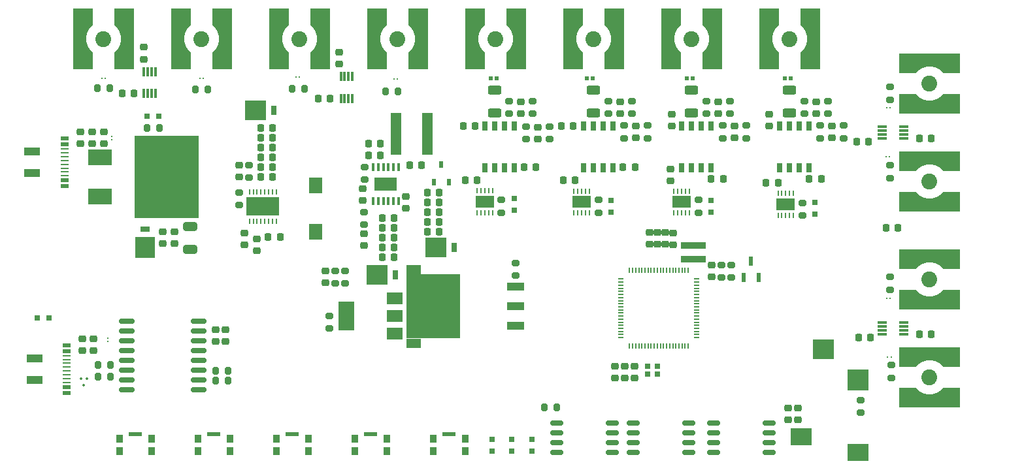
<source format=gbr>
%TF.GenerationSoftware,KiCad,Pcbnew,9.0.0*%
%TF.CreationDate,2025-11-08T16:48:47+03:00*%
%TF.ProjectId,harp.device.quad.dac,68617270-2e64-4657-9669-63652e717561,1.1*%
%TF.SameCoordinates,PX81941e8PY5f5e100*%
%TF.FileFunction,Paste,Top*%
%TF.FilePolarity,Positive*%
%FSLAX46Y46*%
G04 Gerber Fmt 4.6, Leading zero omitted, Abs format (unit mm)*
G04 Created by KiCad (PCBNEW 9.0.0) date 2025-11-08 16:48:47*
%MOMM*%
%LPD*%
G01*
G04 APERTURE LIST*
G04 Aperture macros list*
%AMRoundRect*
0 Rectangle with rounded corners*
0 $1 Rounding radius*
0 $2 $3 $4 $5 $6 $7 $8 $9 X,Y pos of 4 corners*
0 Add a 4 corners polygon primitive as box body*
4,1,4,$2,$3,$4,$5,$6,$7,$8,$9,$2,$3,0*
0 Add four circle primitives for the rounded corners*
1,1,$1+$1,$2,$3*
1,1,$1+$1,$4,$5*
1,1,$1+$1,$6,$7*
1,1,$1+$1,$8,$9*
0 Add four rect primitives between the rounded corners*
20,1,$1+$1,$2,$3,$4,$5,0*
20,1,$1+$1,$4,$5,$6,$7,0*
20,1,$1+$1,$6,$7,$8,$9,0*
20,1,$1+$1,$8,$9,$2,$3,0*%
%AMFreePoly0*
4,1,32,6.515355,1.015355,6.530000,0.980000,6.530000,-1.460000,6.515355,-1.495355,6.480000,-1.510000,4.370000,-1.510000,4.334645,-1.495355,4.331733,-1.492182,4.233311,-1.375152,4.010127,-1.166712,3.760982,-0.990846,3.490208,-0.850542,3.202845,-0.748414,2.904254,-0.686366,2.600000,-0.665554,2.295745,-0.686366,1.997154,-0.748414,1.709791,-0.850542,1.439017,-0.990846,1.189872,-1.166712,
0.966688,-1.375152,0.868267,-1.492182,0.834303,-1.509815,0.830000,-1.510000,-1.280000,-1.510000,-1.315355,-1.495355,-1.330000,-1.460000,-1.330000,0.980000,-1.315355,1.015355,-1.280000,1.030000,6.480000,1.030000,6.515355,1.015355,6.515355,1.015355,$1*%
G04 Aperture macros list end*
%ADD10R,0.762000X1.270000*%
%ADD11R,2.670000X2.540000*%
%ADD12R,0.800000X0.800000*%
%ADD13R,0.800000X0.700000*%
%ADD14R,0.900000X1.000000*%
%ADD15R,1.700000X0.550000*%
%ADD16RoundRect,0.200000X-0.275000X0.200000X-0.275000X-0.200000X0.275000X-0.200000X0.275000X0.200000X0*%
%ADD17RoundRect,0.200000X0.275000X-0.200000X0.275000X0.200000X-0.275000X0.200000X-0.275000X-0.200000X0*%
%ADD18R,0.762000X1.143000*%
%ADD19RoundRect,0.225000X0.225000X0.250000X-0.225000X0.250000X-0.225000X-0.250000X0.225000X-0.250000X0*%
%ADD20RoundRect,0.225000X-0.250000X0.225000X-0.250000X-0.225000X0.250000X-0.225000X0.250000X0.225000X0*%
%ADD21R,2.000000X1.000000*%
%ADD22R,1.000000X0.520000*%
%ADD23R,1.000000X0.270000*%
%ADD24R,1.270000X0.762000*%
%ADD25R,2.540000X2.670000*%
%ADD26R,0.280000X0.250000*%
%ADD27R,1.700000X2.000000*%
%ADD28RoundRect,0.250000X-0.650000X0.325000X-0.650000X-0.325000X0.650000X-0.325000X0.650000X0.325000X0*%
%ADD29RoundRect,0.225000X-0.225000X-0.250000X0.225000X-0.250000X0.225000X0.250000X-0.225000X0.250000X0*%
%ADD30C,2.050000*%
%ADD31FreePoly0,180.000000*%
%ADD32FreePoly0,0.000000*%
%ADD33R,0.500000X0.600000*%
%ADD34FreePoly0,270.000000*%
%ADD35FreePoly0,90.000000*%
%ADD36RoundRect,0.225000X0.250000X-0.225000X0.250000X0.225000X-0.250000X0.225000X-0.250000X-0.225000X0*%
%ADD37RoundRect,0.086360X0.538640X0.086360X-0.538640X0.086360X-0.538640X-0.086360X0.538640X-0.086360X0*%
%ADD38R,0.250000X0.700000*%
%ADD39R,2.380000X1.650000*%
%ADD40RoundRect,0.200000X0.200000X0.275000X-0.200000X0.275000X-0.200000X-0.275000X0.200000X-0.275000X0*%
%ADD41RoundRect,0.200000X-0.200000X-0.275000X0.200000X-0.275000X0.200000X0.275000X-0.200000X0.275000X0*%
%ADD42R,0.450000X1.016000*%
%ADD43R,2.947000X1.753000*%
%ADD44RoundRect,0.086360X0.086360X-0.538640X0.086360X0.538640X-0.086360X0.538640X-0.086360X-0.538640X0*%
%ADD45RoundRect,0.250000X0.625000X-0.312500X0.625000X0.312500X-0.625000X0.312500X-0.625000X-0.312500X0*%
%ADD46R,0.600000X0.850000*%
%ADD47R,0.100000X0.100000*%
%ADD48R,0.780000X0.220000*%
%ADD49R,0.220000X0.780000*%
%ADD50RoundRect,0.162500X-0.650000X-0.162500X0.650000X-0.162500X0.650000X0.162500X-0.650000X0.162500X0*%
%ADD51R,1.430000X5.500000*%
%ADD52RoundRect,0.150000X-0.875000X-0.150000X0.875000X-0.150000X0.875000X0.150000X-0.875000X0.150000X0*%
%ADD53R,3.200000X0.810000*%
%ADD54R,0.600000X1.300000*%
%ADD55R,0.250000X0.280000*%
%ADD56R,4.340000X2.440000*%
%ADD57R,2.160000X1.070000*%
%ADD58R,7.000000X8.330000*%
%ADD59R,1.910000X1.235000*%
%ADD60RoundRect,0.075000X0.075000X0.075000X-0.075000X0.075000X-0.075000X-0.075000X0.075000X-0.075000X0*%
%ADD61R,2.000000X1.500000*%
%ADD62R,2.000000X3.800000*%
%ADD63R,2.800000X2.200000*%
%ADD64R,2.800000X2.800000*%
%ADD65R,2.800000X2.600000*%
%ADD66R,3.050000X2.030000*%
%ADD67R,8.380000X10.660000*%
G04 APERTURE END LIST*
D10*
%TO.C,Z3*%
X48896500Y24384000D03*
D11*
X46545500Y24384000D03*
%TD*%
D12*
%TO.C,LED1*%
X61418000Y1536000D03*
X61418000Y3036000D03*
%TD*%
D13*
%TO.C,Xtal1*%
X81570000Y11574000D03*
X82870000Y11574000D03*
X82870000Y12574000D03*
X81570000Y12574000D03*
%TD*%
D14*
%TO.C,SW2*%
X27450000Y3145000D03*
X27450000Y1545000D03*
X23350000Y1545000D03*
X23350000Y3145000D03*
D15*
X25400000Y3770000D03*
%TD*%
D10*
%TO.C,Z4*%
X56516500Y27940000D03*
D11*
X54165500Y27940000D03*
%TD*%
D16*
%TO.C,R11*%
X92456000Y25717000D03*
X92456000Y24067000D03*
%TD*%
D17*
%TO.C,R40*%
X66726000Y45285000D03*
X66726000Y46935000D03*
%TD*%
D16*
%TO.C,R101*%
X113047000Y24117000D03*
X113047000Y22467000D03*
%TD*%
D18*
%TO.C,U13*%
X60503000Y38318000D03*
X61773000Y38318000D03*
X63043000Y38318000D03*
X64313000Y38318000D03*
X64313000Y43742000D03*
X63043000Y43742000D03*
X61773000Y43742000D03*
X60503000Y43742000D03*
%TD*%
D19*
%TO.C,C148*%
X40450000Y47311000D03*
X38900000Y47311000D03*
%TD*%
D20*
%TO.C,C151*%
X16307000Y53928000D03*
X16307000Y52378000D03*
%TD*%
D21*
%TO.C,J1*%
X1850000Y40400000D03*
X1850000Y37600000D03*
D22*
X6050000Y42100000D03*
X6050000Y41350000D03*
D23*
X6050000Y40750000D03*
X6050000Y39250000D03*
X6050000Y38250000D03*
X6050000Y37250000D03*
D22*
X6050000Y36650000D03*
X6050000Y35900000D03*
X6050000Y35900000D03*
X6050000Y36650000D03*
D23*
X6050000Y37750000D03*
X6050000Y38750000D03*
X6050000Y39750000D03*
X6050000Y40250000D03*
D22*
X6050000Y41350000D03*
X6050000Y42100000D03*
%TD*%
D17*
%TO.C,R34*%
X104953000Y45285000D03*
X104953000Y46935000D03*
%TD*%
D20*
%TO.C,C97*%
X25654000Y17285000D03*
X25654000Y15735000D03*
%TD*%
D24*
%TO.C,Z1*%
X16510000Y30354500D03*
D25*
X16510000Y28003500D03*
%TD*%
D26*
%TO.C,TVS7*%
X113013000Y46110000D03*
X112573000Y46110000D03*
%TD*%
D27*
%TO.C,L3*%
X38608000Y30020000D03*
X38608000Y36020000D03*
%TD*%
D28*
%TO.C,C120*%
X22352000Y30685000D03*
X22352000Y27735000D03*
%TD*%
D29*
%TO.C,C47*%
X57696000Y43697000D03*
X59246000Y43697000D03*
%TD*%
D19*
%TO.C,C143*%
X48781000Y29210000D03*
X47231000Y29210000D03*
%TD*%
D20*
%TO.C,C5*%
X81853801Y29909806D03*
X81853801Y28359806D03*
%TD*%
D16*
%TO.C,R37*%
X91364000Y43760000D03*
X91364000Y42110000D03*
%TD*%
D30*
%TO.C,J8*%
X118127000Y49200000D03*
D31*
X120727000Y46300000D03*
D32*
X115527000Y52100000D03*
%TD*%
D33*
%TO.C,TVS18*%
X74442000Y49920000D03*
X73742000Y49920000D03*
%TD*%
D30*
%TO.C,J15*%
X23800000Y55000000D03*
D34*
X26700000Y57600000D03*
D35*
X20900000Y52400000D03*
%TD*%
D16*
%TO.C,R107*%
X41148000Y24955000D03*
X41148000Y23305000D03*
%TD*%
D19*
%TO.C,C119*%
X47003000Y41402000D03*
X45453000Y41402000D03*
%TD*%
D36*
%TO.C,C52*%
X90729000Y45335000D03*
X90729000Y46885000D03*
%TD*%
D16*
%TO.C,R117*%
X44882000Y32575000D03*
X44882000Y30925000D03*
%TD*%
D36*
%TO.C,C6*%
X78664000Y11045000D03*
X78664000Y12595000D03*
%TD*%
D12*
%TO.C,LED8*%
X2552000Y18796000D03*
X4052000Y18796000D03*
%TD*%
D29*
%TO.C,C106*%
X112509000Y30480000D03*
X114059000Y30480000D03*
%TD*%
D19*
%TO.C,C131*%
X33033000Y42164000D03*
X31483000Y42164000D03*
%TD*%
%TO.C,C125*%
X33033000Y40894000D03*
X31483000Y40894000D03*
%TD*%
D37*
%TO.C,U24*%
X114770000Y16700000D03*
X114770000Y17200000D03*
X114770000Y17700000D03*
X114770000Y18200000D03*
X111970000Y18200000D03*
X111970000Y17700000D03*
X111970000Y17200000D03*
X111970000Y16700000D03*
%TD*%
D38*
%TO.C,U8*%
X72051000Y32427500D03*
X72551000Y32427500D03*
X73051000Y32427500D03*
X73551000Y32427500D03*
X74051000Y32427500D03*
X74051000Y35277500D03*
X73551000Y35277500D03*
X73051000Y35277500D03*
X72551000Y35277500D03*
X72051000Y35277500D03*
D39*
X73051000Y33852500D03*
%TD*%
D26*
%TO.C,TVS15*%
X23580000Y49920000D03*
X24020000Y49920000D03*
%TD*%
D17*
%TO.C,R100*%
X113174000Y11037000D03*
X113174000Y12687000D03*
%TD*%
D20*
%TO.C,C98*%
X99822000Y7125000D03*
X99822000Y5575000D03*
%TD*%
D40*
%TO.C,R128*%
X37147000Y48514000D03*
X35497000Y48514000D03*
%TD*%
D18*
%TO.C,U11*%
X86030000Y38318000D03*
X87300000Y38318000D03*
X88570000Y38318000D03*
X89840000Y38318000D03*
X89840000Y43742000D03*
X88570000Y43742000D03*
X87300000Y43742000D03*
X86030000Y43742000D03*
%TD*%
D41*
%TO.C,R131*%
X22975000Y48454000D03*
X24625000Y48454000D03*
%TD*%
D26*
%TO.C,TVS14*%
X11320000Y49920000D03*
X10880000Y49920000D03*
%TD*%
D42*
%TO.C,U26*%
X49301000Y38408500D03*
X48651000Y38408500D03*
X48001000Y38408500D03*
X47351000Y38408500D03*
X46701000Y38408500D03*
X46051000Y38408500D03*
X46051000Y33984500D03*
X46701000Y33984500D03*
X47351000Y33984500D03*
X48001000Y33984500D03*
X48651000Y33984500D03*
X49301000Y33984500D03*
D43*
X47676000Y36196500D03*
%TD*%
D20*
%TO.C,C55*%
X80061000Y43710000D03*
X80061000Y42160000D03*
%TD*%
D17*
%TO.C,R21*%
X75235000Y32458000D03*
X75235000Y34108000D03*
%TD*%
D44*
%TO.C,U31*%
X41846000Y47308000D03*
X42346000Y47308000D03*
X42846000Y47308000D03*
X43346000Y47308000D03*
X43346000Y50108000D03*
X42846000Y50108000D03*
X42346000Y50108000D03*
X41846000Y50108000D03*
%TD*%
D45*
%TO.C,RSh3*%
X74600000Y45409500D03*
X74600000Y48334500D03*
%TD*%
D16*
%TO.C,R124*%
X29972000Y38671000D03*
X29972000Y37021000D03*
%TD*%
D14*
%TO.C,SW3*%
X37610000Y3145000D03*
X37610000Y1545000D03*
X33510000Y1545000D03*
X33510000Y3145000D03*
D15*
X35560000Y3770000D03*
%TD*%
D45*
%TO.C,RSh2*%
X87300000Y45409500D03*
X87300000Y48334500D03*
%TD*%
D17*
%TO.C,R31*%
X81585000Y42110000D03*
X81585000Y43760000D03*
%TD*%
D19*
%TO.C,C124*%
X33033000Y38354000D03*
X31483000Y38354000D03*
%TD*%
D46*
%TO.C,D6*%
X53914000Y36442000D03*
X55814000Y36442000D03*
X54864000Y38742000D03*
%TD*%
D47*
%TO.C,U1*%
X81783000Y21341000D03*
X81783000Y20491000D03*
X81783000Y19641000D03*
X81783000Y18791000D03*
X82633000Y21341000D03*
X82633000Y20491000D03*
X82633000Y19641000D03*
X82633000Y18791000D03*
X83483000Y21341000D03*
X83483000Y20491000D03*
X83483000Y19641000D03*
X83483000Y18791000D03*
X84333000Y21341000D03*
X84333000Y20491000D03*
X84333000Y19641000D03*
X84333000Y18791000D03*
D48*
X78161500Y23866000D03*
X78161500Y23466000D03*
X78161500Y23066000D03*
X78161500Y22666000D03*
X78161500Y22266000D03*
X78161500Y21866000D03*
X78161500Y21466000D03*
X78161500Y21066000D03*
X78161500Y20666000D03*
X78161500Y20266000D03*
X78161500Y19866000D03*
X78161500Y19466000D03*
X78161500Y19066000D03*
X78161500Y18666000D03*
X78161500Y18266000D03*
X78161500Y17866000D03*
X78161500Y17466000D03*
X78161500Y17066000D03*
X78161500Y16666000D03*
X78161500Y16266000D03*
D49*
X79258000Y15169500D03*
X79658000Y15169500D03*
X80058000Y15169500D03*
X80458000Y15169500D03*
X80858000Y15169500D03*
X81258000Y15169500D03*
X81658000Y15169500D03*
X82058000Y15169500D03*
X82458000Y15169500D03*
X82858000Y15169500D03*
X83258000Y15169500D03*
X83658000Y15169500D03*
X84058000Y15169500D03*
X84458000Y15169500D03*
X84858000Y15169500D03*
X85258000Y15169500D03*
X85658000Y15169500D03*
X86058000Y15169500D03*
X86458000Y15169500D03*
X86858000Y15169500D03*
D48*
X87954500Y16266000D03*
X87954500Y16666000D03*
X87954500Y17066000D03*
X87954500Y17466000D03*
X87954500Y17866000D03*
X87954500Y18266000D03*
X87954500Y18666000D03*
X87954500Y19066000D03*
X87954500Y19466000D03*
X87954500Y19866000D03*
X87954500Y20266000D03*
X87954500Y20666000D03*
X87954500Y21066000D03*
X87954500Y21466000D03*
X87954500Y21866000D03*
X87954500Y22266000D03*
X87954500Y22666000D03*
X87954500Y23066000D03*
X87954500Y23466000D03*
X87954500Y23866000D03*
D49*
X86858000Y24962500D03*
X86458000Y24962500D03*
X86058000Y24962500D03*
X85658000Y24962500D03*
X85258000Y24962500D03*
X84858000Y24962500D03*
X84458000Y24962500D03*
X84058000Y24962500D03*
X83658000Y24962500D03*
X83258000Y24962500D03*
X82858000Y24962500D03*
X82458000Y24962500D03*
X82058000Y24962500D03*
X81658000Y24962500D03*
X81258000Y24962500D03*
X80858000Y24962500D03*
X80458000Y24962500D03*
X80058000Y24962500D03*
X79658000Y24962500D03*
X79258000Y24962500D03*
%TD*%
D36*
%TO.C,C95*%
X9830000Y14601000D03*
X9830000Y16151000D03*
%TD*%
D50*
%TO.C,U3*%
X79724500Y5207000D03*
X79724500Y3937000D03*
X79724500Y2667000D03*
X79724500Y1397000D03*
X86899500Y1397000D03*
X86899500Y2667000D03*
X86899500Y3937000D03*
X86899500Y5207000D03*
%TD*%
D20*
%TO.C,C53*%
X92888000Y43710000D03*
X92888000Y42160000D03*
%TD*%
D51*
%TO.C,L2*%
X53074000Y42672000D03*
X49034000Y42672000D03*
%TD*%
D12*
%TO.C,LED5*%
X89840000Y32533000D03*
X89840000Y34033000D03*
%TD*%
D19*
%TO.C,C34*%
X72200000Y36712000D03*
X70650000Y36712000D03*
%TD*%
D17*
%TO.C,R29*%
X94412000Y42110000D03*
X94412000Y43760000D03*
%TD*%
%TO.C,R19*%
X101651000Y32077000D03*
X101651000Y33727000D03*
%TD*%
D20*
%TO.C,C114*%
X39878000Y24905000D03*
X39878000Y23355000D03*
%TD*%
D33*
%TO.C,TVS16*%
X100096000Y49920000D03*
X99396000Y49920000D03*
%TD*%
D19*
%TO.C,C126*%
X33033000Y43434000D03*
X31483000Y43434000D03*
%TD*%
%TO.C,C134*%
X54623000Y35052000D03*
X53073000Y35052000D03*
%TD*%
%TO.C,C35*%
X59500000Y36712000D03*
X57950000Y36712000D03*
%TD*%
D30*
%TO.C,J13*%
X49200000Y55000000D03*
D34*
X52100000Y57600000D03*
D35*
X46300000Y52400000D03*
%TD*%
D41*
%TO.C,R96*%
X25591000Y11938000D03*
X27241000Y11938000D03*
%TD*%
D29*
%TO.C,C40*%
X89827000Y36839000D03*
X91377000Y36839000D03*
%TD*%
D20*
%TO.C,C150*%
X41656000Y53293000D03*
X41656000Y51743000D03*
%TD*%
D12*
%TO.C,LED3*%
X66598000Y1536000D03*
X66598000Y3036000D03*
%TD*%
D20*
%TO.C,C145*%
X29388000Y29867000D03*
X29388000Y28317000D03*
%TD*%
D50*
%TO.C,U5*%
X90138500Y5207000D03*
X90138500Y3937000D03*
X90138500Y2667000D03*
X90138500Y1397000D03*
X97313500Y1397000D03*
X97313500Y2667000D03*
X97313500Y3937000D03*
X97313500Y5207000D03*
%TD*%
D41*
%TO.C,R113*%
X16701000Y43434000D03*
X18351000Y43434000D03*
%TD*%
D26*
%TO.C,TVS8*%
X113140000Y13767000D03*
X112700000Y13767000D03*
%TD*%
D36*
%TO.C,C9*%
X77394000Y11045000D03*
X77394000Y12595000D03*
%TD*%
D14*
%TO.C,SW4*%
X47770000Y3145000D03*
X47770000Y1545000D03*
X43670000Y1545000D03*
X43670000Y3145000D03*
D15*
X45720000Y3770000D03*
%TD*%
D29*
%TO.C,C41*%
X78397000Y38363000D03*
X79947000Y38363000D03*
%TD*%
D17*
%TO.C,R36*%
X92253000Y45285000D03*
X92253000Y46935000D03*
%TD*%
D20*
%TO.C,C45*%
X84760000Y45234000D03*
X84760000Y43684000D03*
%TD*%
D29*
%TO.C,C42*%
X65570000Y38363000D03*
X67120000Y38363000D03*
%TD*%
D19*
%TO.C,C142*%
X54623000Y32512000D03*
X53073000Y32512000D03*
%TD*%
D52*
%TO.C,U22*%
X14146000Y18415000D03*
X14146000Y17145000D03*
X14146000Y15875000D03*
X14146000Y14605000D03*
X14146000Y13335000D03*
X14146000Y12065000D03*
X14146000Y10795000D03*
X14146000Y9525000D03*
X23446000Y9525000D03*
X23446000Y10795000D03*
X23446000Y12065000D03*
X23446000Y13335000D03*
X23446000Y14605000D03*
X23446000Y15875000D03*
X23446000Y17145000D03*
X23446000Y18415000D03*
%TD*%
D53*
%TO.C,L1*%
X87554000Y26414000D03*
X87554000Y28214000D03*
%TD*%
D30*
%TO.C,J6*%
X118127000Y23800000D03*
D31*
X120727000Y20900000D03*
D32*
X115527000Y26700000D03*
%TD*%
D20*
%TO.C,C147*%
X30988000Y29105000D03*
X30988000Y27555000D03*
%TD*%
%TO.C,C44*%
X97333000Y45234000D03*
X97333000Y43684000D03*
%TD*%
D29*
%TO.C,C39*%
X102527000Y36839000D03*
X104077000Y36839000D03*
%TD*%
D36*
%TO.C,C99*%
X101092000Y5575000D03*
X101092000Y7125000D03*
%TD*%
D54*
%TO.C,U2*%
X94046000Y24096000D03*
X95946000Y24096000D03*
X94996000Y26196000D03*
%TD*%
D16*
%TO.C,R126*%
X40386000Y19113000D03*
X40386000Y17463000D03*
%TD*%
D41*
%TO.C,R129*%
X47613000Y48200000D03*
X49263000Y48200000D03*
%TD*%
D36*
%TO.C,C54*%
X78029000Y45335000D03*
X78029000Y46885000D03*
%TD*%
D41*
%TO.C,R95*%
X25591000Y10668000D03*
X27241000Y10668000D03*
%TD*%
D16*
%TO.C,R125*%
X28702000Y35115000D03*
X28702000Y33465000D03*
%TD*%
D37*
%TO.C,U23*%
X114770000Y42100000D03*
X114770000Y42600000D03*
X114770000Y43100000D03*
X114770000Y43600000D03*
X111970000Y43600000D03*
X111970000Y43100000D03*
X111970000Y42600000D03*
X111970000Y42100000D03*
%TD*%
D16*
%TO.C,R32*%
X63678000Y46935000D03*
X63678000Y45285000D03*
%TD*%
D30*
%TO.C,J14*%
X36500000Y55000000D03*
D34*
X39400000Y57600000D03*
D35*
X33600000Y52400000D03*
%TD*%
D30*
%TO.C,J11*%
X74600000Y55000000D03*
D34*
X77500000Y57600000D03*
D35*
X71700000Y52400000D03*
%TD*%
D29*
%TO.C,C146*%
X32423000Y29346000D03*
X33973000Y29346000D03*
%TD*%
D16*
%TO.C,R28*%
X89205000Y46935000D03*
X89205000Y45285000D03*
%TD*%
D29*
%TO.C,C122*%
X50787000Y38608000D03*
X52337000Y38608000D03*
%TD*%
D19*
%TO.C,C138*%
X48781000Y27940000D03*
X47231000Y27940000D03*
%TD*%
D38*
%TO.C,U6*%
X98492000Y32112000D03*
X98992000Y32112000D03*
X99492000Y32112000D03*
X99992000Y32112000D03*
X100492000Y32112000D03*
X100492000Y34962000D03*
X99992000Y34962000D03*
X99492000Y34962000D03*
X98992000Y34962000D03*
X98492000Y34962000D03*
D39*
X99492000Y33537000D03*
%TD*%
D55*
%TO.C,TVS5*%
X11684000Y15782000D03*
X11684000Y16222000D03*
%TD*%
D30*
%TO.C,J12*%
X61900000Y55000000D03*
D34*
X64800000Y57600000D03*
D35*
X59000000Y52400000D03*
%TD*%
D36*
%TO.C,C111*%
X9668000Y41389000D03*
X9668000Y42939000D03*
%TD*%
D14*
%TO.C,SW1*%
X17290000Y3145000D03*
X17290000Y1545000D03*
X13190000Y1545000D03*
X13190000Y3145000D03*
D15*
X15240000Y3770000D03*
%TD*%
D38*
%TO.C,U9*%
X59503000Y32493000D03*
X60003000Y32493000D03*
X60503000Y32493000D03*
X61003000Y32493000D03*
X61503000Y32493000D03*
X61503000Y35343000D03*
X61003000Y35343000D03*
X60503000Y35343000D03*
X60003000Y35343000D03*
X59503000Y35343000D03*
D39*
X60503000Y33918000D03*
%TD*%
D26*
%TO.C,TVS12*%
X36466000Y50038000D03*
X36026000Y50038000D03*
%TD*%
D19*
%TO.C,C136*%
X54623000Y33782000D03*
X53073000Y33782000D03*
%TD*%
D29*
%TO.C,C101*%
X116827000Y16688000D03*
X118377000Y16688000D03*
%TD*%
D26*
%TO.C,TVS9*%
X113013000Y21387000D03*
X112573000Y21387000D03*
%TD*%
D36*
%TO.C,C128*%
X50292000Y33007000D03*
X50292000Y34557000D03*
%TD*%
D17*
%TO.C,R127*%
X64516000Y24321000D03*
X64516000Y25971000D03*
%TD*%
D38*
%TO.C,U7*%
X85005000Y32427500D03*
X85505000Y32427500D03*
X86005000Y32427500D03*
X86505000Y32427500D03*
X87005000Y32427500D03*
X87005000Y35277500D03*
X86505000Y35277500D03*
X86005000Y35277500D03*
X85505000Y35277500D03*
X85005000Y35277500D03*
D39*
X86005000Y33852500D03*
%TD*%
D19*
%TO.C,C141*%
X48781000Y26670000D03*
X47231000Y26670000D03*
%TD*%
D16*
%TO.C,R41*%
X65837000Y43633000D03*
X65837000Y41983000D03*
%TD*%
D36*
%TO.C,C96*%
X26924000Y15735000D03*
X26924000Y17285000D03*
%TD*%
D38*
%TO.C,U27*%
X33500000Y35174000D03*
X33000000Y35174000D03*
X32500000Y35174000D03*
X32000000Y35174000D03*
X31500000Y35174000D03*
X31000000Y35174000D03*
X30500000Y35174000D03*
X30000000Y35174000D03*
X30000000Y31374000D03*
X30500000Y31374000D03*
X31000000Y31374000D03*
X31500000Y31374000D03*
X32000000Y31374000D03*
X32500000Y31374000D03*
X33000000Y31374000D03*
X33500000Y31374000D03*
D56*
X31750000Y33274000D03*
%TD*%
D36*
%TO.C,C17*%
X89916000Y24117000D03*
X89916000Y25667000D03*
%TD*%
D40*
%TO.C,R17*%
X69837000Y7248000D03*
X68187000Y7248000D03*
%TD*%
D29*
%TO.C,C104*%
X108953000Y16256000D03*
X110503000Y16256000D03*
%TD*%
D36*
%TO.C,C117*%
X18796000Y28435000D03*
X18796000Y29985000D03*
%TD*%
D20*
%TO.C,C57*%
X67361000Y43583000D03*
X67361000Y42033000D03*
%TD*%
D19*
%TO.C,C123*%
X33033000Y37084000D03*
X31483000Y37084000D03*
%TD*%
D17*
%TO.C,R98*%
X113047000Y36945000D03*
X113047000Y38595000D03*
%TD*%
D36*
%TO.C,C112*%
X11192000Y41389000D03*
X11192000Y42939000D03*
%TD*%
D30*
%TO.C,J5*%
X118127000Y11100000D03*
D31*
X120727000Y8200000D03*
D32*
X115527000Y14000000D03*
%TD*%
D16*
%TO.C,R97*%
X109220000Y8191000D03*
X109220000Y6541000D03*
%TD*%
D20*
%TO.C,C51*%
X105461000Y43710000D03*
X105461000Y42160000D03*
%TD*%
D30*
%TO.C,J16*%
X11100000Y55000000D03*
D34*
X14000000Y57600000D03*
D35*
X8200000Y52400000D03*
%TD*%
D36*
%TO.C,C127*%
X44882000Y28181000D03*
X44882000Y29731000D03*
%TD*%
D12*
%TO.C,LED7*%
X64313000Y32787000D03*
X64313000Y34287000D03*
%TD*%
D19*
%TO.C,C139*%
X54623000Y29972000D03*
X53073000Y29972000D03*
%TD*%
D45*
%TO.C,RSh1*%
X100000000Y45409500D03*
X100000000Y48334500D03*
%TD*%
D36*
%TO.C,C8*%
X84901801Y28298250D03*
X84901801Y29848250D03*
%TD*%
D26*
%TO.C,TVS6*%
X112920000Y39760000D03*
X112480000Y39760000D03*
%TD*%
D20*
%TO.C,C130*%
X44704000Y35573000D03*
X44704000Y34023000D03*
%TD*%
D41*
%TO.C,R94*%
X10351000Y12700000D03*
X12001000Y12700000D03*
%TD*%
D17*
%TO.C,R108*%
X42418000Y23305000D03*
X42418000Y24955000D03*
%TD*%
D57*
%TO.C,U30*%
X64495500Y17780000D03*
X64495500Y20320000D03*
X64495500Y22860000D03*
D58*
X53825500Y20320000D03*
D59*
X51280500Y25102500D03*
X51280500Y15537500D03*
%TD*%
D17*
%TO.C,R10*%
X91186000Y24067000D03*
X91186000Y25717000D03*
%TD*%
D19*
%TO.C,C133*%
X48781000Y31750000D03*
X47231000Y31750000D03*
%TD*%
D16*
%TO.C,R39*%
X78537000Y43760000D03*
X78537000Y42110000D03*
%TD*%
D30*
%TO.C,J9*%
X100000000Y55000000D03*
D34*
X102900000Y57600000D03*
D35*
X97100000Y52400000D03*
%TD*%
D16*
%TO.C,R26*%
X101905000Y46935000D03*
X101905000Y45285000D03*
%TD*%
D20*
%TO.C,C118*%
X20320000Y29985000D03*
X20320000Y28435000D03*
%TD*%
D21*
%TO.C,J3*%
X2152000Y13592000D03*
X2152000Y10792000D03*
D22*
X6352000Y15292000D03*
X6352000Y14542000D03*
D23*
X6352000Y13942000D03*
X6352000Y12442000D03*
X6352000Y11442000D03*
X6352000Y10442000D03*
D22*
X6352000Y9842000D03*
X6352000Y9092000D03*
X6352000Y9092000D03*
X6352000Y9842000D03*
D23*
X6352000Y10942000D03*
X6352000Y11942000D03*
X6352000Y12942000D03*
X6352000Y13442000D03*
D22*
X6352000Y14542000D03*
X6352000Y15292000D03*
%TD*%
D40*
%TO.C,R130*%
X11925000Y48650000D03*
X10275000Y48650000D03*
%TD*%
D19*
%TO.C,C121*%
X47003000Y39878000D03*
X45453000Y39878000D03*
%TD*%
D20*
%TO.C,C94*%
X8382000Y16151000D03*
X8382000Y14601000D03*
%TD*%
D12*
%TO.C,LED2*%
X64008000Y1536000D03*
X64008000Y3036000D03*
%TD*%
D18*
%TO.C,U10*%
X98730000Y38318000D03*
X100000000Y38318000D03*
X101270000Y38318000D03*
X102540000Y38318000D03*
X102540000Y43742000D03*
X101270000Y43742000D03*
X100000000Y43742000D03*
X98730000Y43742000D03*
%TD*%
D16*
%TO.C,R35*%
X103937000Y43760000D03*
X103937000Y42110000D03*
%TD*%
D17*
%TO.C,R22*%
X62662000Y32458000D03*
X62662000Y34108000D03*
%TD*%
D33*
%TO.C,TVS17*%
X87396000Y49920000D03*
X86696000Y49920000D03*
%TD*%
D19*
%TO.C,C149*%
X15050000Y47946000D03*
X13500000Y47946000D03*
%TD*%
D12*
%TO.C,LED9*%
X16776000Y44958000D03*
X18276000Y44958000D03*
%TD*%
D16*
%TO.C,R99*%
X113047000Y48755000D03*
X113047000Y47105000D03*
%TD*%
D12*
%TO.C,LED6*%
X76886000Y32533000D03*
X76886000Y34033000D03*
%TD*%
D60*
%TO.C,TVS4*%
X8910000Y10975000D03*
X8210000Y10975000D03*
X8560000Y10125000D03*
%TD*%
D29*
%TO.C,C103*%
X108699000Y41656000D03*
X110249000Y41656000D03*
%TD*%
D30*
%TO.C,J7*%
X118127000Y36500000D03*
D31*
X120727000Y33600000D03*
D32*
X115527000Y39400000D03*
%TD*%
D19*
%TO.C,C129*%
X33033000Y39624000D03*
X31483000Y39624000D03*
%TD*%
D17*
%TO.C,R27*%
X106985000Y42110000D03*
X106985000Y43760000D03*
%TD*%
D16*
%TO.C,R116*%
X44958000Y38417000D03*
X44958000Y36767000D03*
%TD*%
D55*
%TO.C,TVS11*%
X12208000Y41944000D03*
X12208000Y42384000D03*
%TD*%
D10*
%TO.C,Z2*%
X33148500Y45720000D03*
D11*
X30797500Y45720000D03*
%TD*%
D36*
%TO.C,C56*%
X65202000Y45335000D03*
X65202000Y46885000D03*
%TD*%
D12*
%TO.C,LED4*%
X103302000Y32279000D03*
X103302000Y33779000D03*
%TD*%
D41*
%TO.C,R93*%
X10351000Y11176000D03*
X12001000Y11176000D03*
%TD*%
D14*
%TO.C,SW5*%
X57930000Y3145000D03*
X57930000Y1545000D03*
X53830000Y1545000D03*
X53830000Y3145000D03*
D15*
X55880000Y3770000D03*
%TD*%
D33*
%TO.C,TVS19*%
X61996000Y49920000D03*
X61296000Y49920000D03*
%TD*%
D19*
%TO.C,C144*%
X54623000Y31242000D03*
X53073000Y31242000D03*
%TD*%
D29*
%TO.C,C46*%
X70396000Y43697000D03*
X71946000Y43697000D03*
%TD*%
%TO.C,C100*%
X116827000Y42088000D03*
X118377000Y42088000D03*
%TD*%
D30*
%TO.C,J10*%
X87300000Y55000000D03*
D34*
X90200000Y57600000D03*
D35*
X84400000Y52400000D03*
%TD*%
D50*
%TO.C,U4*%
X69818500Y5207000D03*
X69818500Y3937000D03*
X69818500Y2667000D03*
X69818500Y1397000D03*
X76993500Y1397000D03*
X76993500Y2667000D03*
X76993500Y3937000D03*
X76993500Y5207000D03*
%TD*%
D61*
%TO.C,U29*%
X48870000Y16750000D03*
X48870000Y19050000D03*
D62*
X42570000Y19050000D03*
D61*
X48870000Y21350000D03*
%TD*%
D17*
%TO.C,R38*%
X79553000Y45285000D03*
X79553000Y46935000D03*
%TD*%
%TO.C,R20*%
X88189000Y32458000D03*
X88189000Y34108000D03*
%TD*%
D19*
%TO.C,C135*%
X48781000Y30480000D03*
X47231000Y30480000D03*
%TD*%
D36*
%TO.C,C33*%
X84582000Y36563000D03*
X84582000Y38113000D03*
%TD*%
D20*
%TO.C,C2*%
X82869801Y29909806D03*
X82869801Y28359806D03*
%TD*%
D45*
%TO.C,RSh4*%
X61773000Y45409500D03*
X61773000Y48334500D03*
%TD*%
D36*
%TO.C,C137*%
X28702000Y37071000D03*
X28702000Y38621000D03*
%TD*%
D18*
%TO.C,U12*%
X73330000Y38318000D03*
X74600000Y38318000D03*
X75870000Y38318000D03*
X77140000Y38318000D03*
X77140000Y43742000D03*
X75870000Y43742000D03*
X74600000Y43742000D03*
X73330000Y43742000D03*
%TD*%
D17*
%TO.C,R33*%
X68885000Y41983000D03*
X68885000Y43633000D03*
%TD*%
D26*
%TO.C,TVS13*%
X49166000Y49851000D03*
X48726000Y49851000D03*
%TD*%
D19*
%TO.C,C32*%
X98489000Y36331000D03*
X96939000Y36331000D03*
%TD*%
D16*
%TO.C,R30*%
X76505000Y46935000D03*
X76505000Y45285000D03*
%TD*%
D20*
%TO.C,C109*%
X8144000Y42939000D03*
X8144000Y41389000D03*
%TD*%
D36*
%TO.C,C50*%
X103429000Y45335000D03*
X103429000Y46885000D03*
%TD*%
D44*
%TO.C,U32*%
X16319000Y47943000D03*
X16819000Y47943000D03*
X17319000Y47943000D03*
X17819000Y47943000D03*
X17819000Y50743000D03*
X17319000Y50743000D03*
X16819000Y50743000D03*
X16319000Y50743000D03*
%TD*%
D36*
%TO.C,C11*%
X83885801Y28359806D03*
X83885801Y29909806D03*
%TD*%
D63*
%TO.C,J4*%
X101456000Y3400000D03*
X108856000Y1400000D03*
D64*
X108856000Y10800000D03*
D65*
X104406000Y14800000D03*
%TD*%
D36*
%TO.C,C3*%
X79934000Y11045000D03*
X79934000Y12595000D03*
%TD*%
D66*
%TO.C,D5*%
X10629000Y39624000D03*
X10629000Y34544000D03*
D67*
X19244000Y37084000D03*
%TD*%
M02*

</source>
